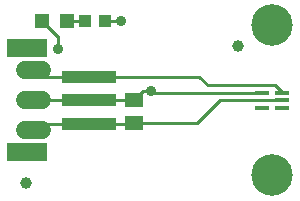
<source format=gbr>
G04 EAGLE Gerber RS-274X export*
G75*
%MOMM*%
%FSLAX34Y34*%
%LPD*%
%INTop Copper*%
%IPPOS*%
%AMOC8*
5,1,8,0,0,1.08239X$1,22.5*%
G01*
%ADD10C,1.000000*%
%ADD11R,1.500000X1.240000*%
%ADD12R,1.200000X1.200000*%
%ADD13R,1.075000X1.000000*%
%ADD14C,3.516000*%
%ADD15C,1.508000*%
%ADD16R,4.600000X1.000000*%
%ADD17R,3.400000X1.600000*%
%ADD18R,1.150000X0.350000*%
%ADD19C,0.254000*%
%ADD20C,0.906400*%


D10*
X20320Y19050D03*
X200025Y135255D03*
D11*
X111760Y88875D03*
X111760Y69875D03*
D12*
X33950Y156210D03*
X54950Y156210D03*
D13*
X70240Y156210D03*
X87240Y156210D03*
D14*
X228600Y25400D03*
X228600Y152400D03*
D15*
X34210Y114300D02*
X19130Y114300D01*
X19130Y88900D02*
X34210Y88900D01*
X34210Y63500D02*
X19130Y63500D01*
D16*
X73355Y68900D03*
X73355Y88900D03*
D17*
X21355Y44900D03*
X21355Y132900D03*
D16*
X73355Y108900D03*
D18*
X237100Y82400D03*
X237100Y88900D03*
X237100Y95400D03*
X220100Y95400D03*
X220100Y82400D03*
D19*
X237100Y88900D02*
X184150Y88900D01*
X165100Y69850D01*
X113030Y69850D01*
X111785Y69850D01*
X111760Y69875D01*
X112080Y68900D02*
X73355Y68900D01*
X112080Y68900D02*
X113030Y69850D01*
X73355Y68900D02*
X32070Y68900D01*
X26670Y63500D01*
X46650Y143510D02*
X33950Y156210D01*
X46650Y143510D02*
X46990Y143510D01*
X46990Y132080D01*
D20*
X46990Y132080D03*
D19*
X32070Y108900D02*
X73355Y108900D01*
X32070Y108900D02*
X26670Y114300D01*
X73355Y108900D02*
X166690Y108900D01*
X173990Y101600D02*
X231140Y101600D01*
X237100Y95640D01*
X237100Y95400D01*
X173990Y101600D02*
X166690Y108900D01*
X70240Y156210D02*
X54950Y156210D01*
X126825Y95400D02*
X220100Y95400D01*
X126825Y95400D02*
X125730Y96495D01*
X119380Y96495D02*
X111760Y88875D01*
X119380Y96495D02*
X125730Y96495D01*
X114300Y88875D02*
X111760Y88875D01*
X114275Y88900D02*
X73355Y88900D01*
X114275Y88900D02*
X114300Y88875D01*
X73355Y88900D02*
X26670Y88900D01*
D20*
X125730Y96495D03*
D19*
X100330Y156210D02*
X87240Y156210D01*
D20*
X100330Y156210D03*
M02*

</source>
